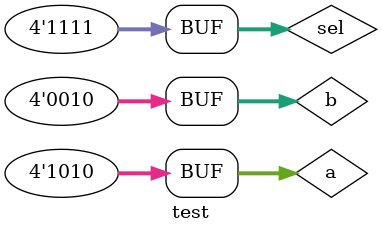
<source format=v>
module test;
  reg [0:3]a, b;
  reg [0:3]sel;
  wire carry;
  wire [0:3]out;
  
  alu a1(a, b, sel, carry, out);
  initial begin
    a = 4'hA;
    b = 4'h2;
    sel = 4'h0; #100
    sel = 4'h1; #100
    sel = 4'h2; #100
    sel = 4'h3; #100
    sel = 4'h4; #100
    sel = 4'h5; #100
    sel = 4'h6; #100
    sel = 4'h7; #100
    sel = 4'h8; #100
    sel = 4'h9; #100
    sel = 4'hA; #100
    sel = 4'hB; #100
    sel = 4'hC; #100
    sel = 4'hD; #100
    sel = 4'hE; #100
    sel = 4'hF;
  end
 
  initial begin
    $dumpfile("dump.vcd");
    $dumpvars(1);
  end
endmodule
</source>
